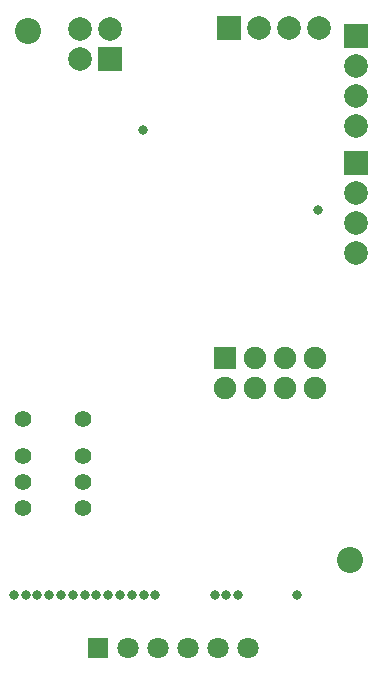
<source format=gbs>
G04*
G04 #@! TF.GenerationSoftware,Altium Limited,Altium Designer,22.9.1 (49)*
G04*
G04 Layer_Color=16711935*
%FSLAX44Y44*%
%MOMM*%
G71*
G04*
G04 #@! TF.SameCoordinates,7A88E338-F056-4336-BEC6-008BA3D2BE7B*
G04*
G04*
G04 #@! TF.FilePolarity,Negative*
G04*
G01*
G75*
%ADD45C,2.0032*%
%ADD46R,2.0032X2.0032*%
%ADD47R,2.0032X2.0032*%
%ADD48C,1.4032*%
%ADD49C,1.9000*%
%ADD50R,1.9000X1.9000*%
%ADD51R,1.8032X1.8032*%
%ADD52C,1.8032*%
%ADD53C,0.8032*%
%ADD54C,2.2032*%
D45*
X91700Y579700D02*
D03*
X66300Y554300D02*
D03*
Y579700D02*
D03*
X300000Y497100D02*
D03*
Y522500D02*
D03*
Y547900D02*
D03*
X268100Y580000D02*
D03*
X242700D02*
D03*
X217300D02*
D03*
X300000Y389600D02*
D03*
Y415000D02*
D03*
Y440400D02*
D03*
D46*
X91700Y554300D02*
D03*
X191900Y580000D02*
D03*
D47*
X300000Y573300D02*
D03*
X300000Y465800D02*
D03*
D48*
X68300Y249500D02*
D03*
X17500Y217500D02*
D03*
X68300D02*
D03*
Y173500D02*
D03*
Y195500D02*
D03*
X17500Y173500D02*
D03*
Y195500D02*
D03*
Y249500D02*
D03*
D49*
X189200Y275000D02*
D03*
X214600Y300400D02*
D03*
Y275000D02*
D03*
X240000D02*
D03*
Y300400D02*
D03*
X265400D02*
D03*
Y275000D02*
D03*
D50*
X189200Y300400D02*
D03*
D51*
X81700Y55000D02*
D03*
D52*
X107100D02*
D03*
X157900D02*
D03*
X183300D02*
D03*
X208700D02*
D03*
X132500D02*
D03*
D53*
X10000Y100000D02*
D03*
X250000D02*
D03*
X200000D02*
D03*
X190000D02*
D03*
X180000D02*
D03*
X130000D02*
D03*
X120000D02*
D03*
X110000D02*
D03*
X100000D02*
D03*
X90000D02*
D03*
X80000D02*
D03*
X70000D02*
D03*
X60000D02*
D03*
X50000D02*
D03*
X40000D02*
D03*
X30000D02*
D03*
X20000D02*
D03*
X268000Y425750D02*
D03*
X119250Y493750D02*
D03*
D54*
X22500Y577500D02*
D03*
X295000Y130000D02*
D03*
M02*

</source>
